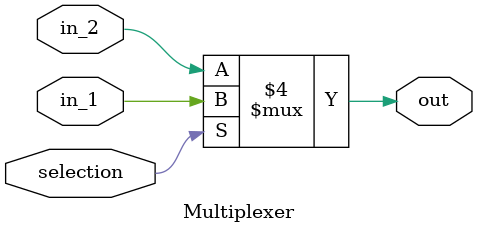
<source format=v>
module Multiplexer (
    input   wire    [0:0]   in_1,
    input   wire            in_2,
    input   wire            selection,

    output  reg             out   
);

always @(*)
    if (selection == 1'b1)
        out = in_1;
    else
        out = in_2;

endmodule

</source>
